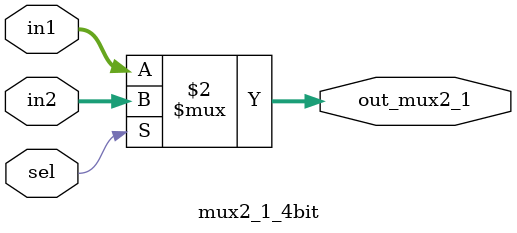
<source format=v>
module mux2_1_4bit (in1,in2,sel,out_mux2_1);


	input [3:0] in1;
	input [3:0] in2;
	input sel;
	output [3:0] out_mux2_1;

	assign out_mux2_1 = (sel == 0)? in1 : in2;

	// always @(posedge clk or negedge rst_n) begin : proc_
	// 	if(~rst_n) begin
	// 		out_mux2_1 <= 1'bz;
	// 	end else begin
	// 		 if (sel == 0)
	// 		 	out_mux2_1 <= in1;
	// 		 else
	// 		 if(sel == 1) begin
	// 		 	out_mux2_1 <= in2;
	// 		 end
	// 		 else
	// 		 	out_mux2_1 <= 1'bz;
	// 	end
	// end

endmodule
</source>
